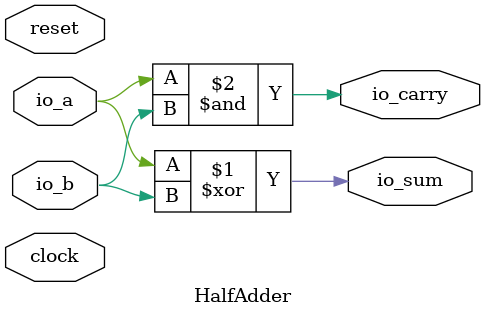
<source format=v>
module HalfAdder(
  input   clock,
  input   reset,
  input   io_a,
  input   io_b,
  output  io_sum,
  output  io_carry
);
  assign io_sum = io_a ^ io_b; // @[cmd4.sc 9:24]
  assign io_carry = io_a & io_b; // @[cmd4.sc 10:24]
endmodule

</source>
